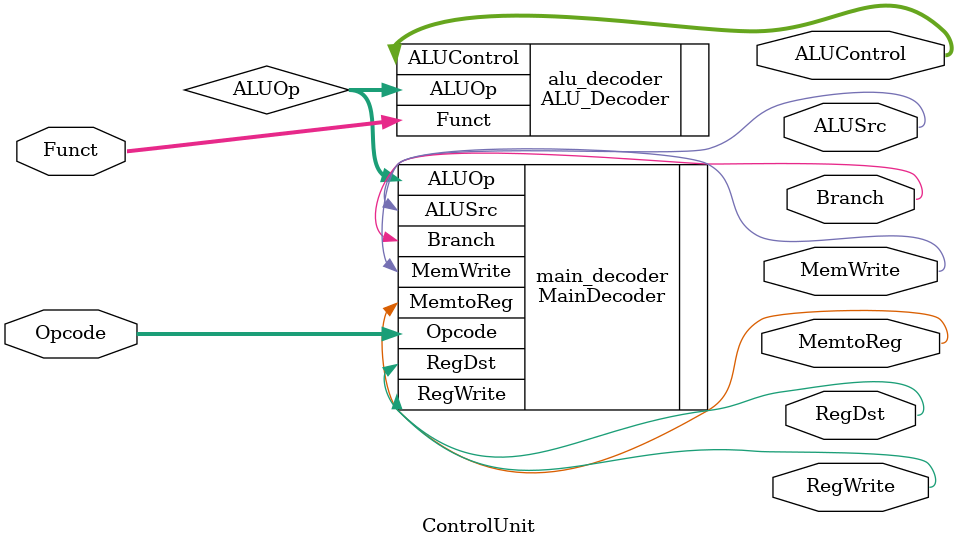
<source format=v>
`timescale 1ns / 1ps

module ControlUnit(
    input  [5:0] Opcode, Funct,
    output MemtoReg, MemWrite, Branch, ALUSrc, RegDst, RegWrite,
    output [2:0] ALUControl
);
    wire [1:0] ALUOp;  

    // Instantiate Main Decoder
    MainDecoder main_decoder (
        .Opcode(Opcode),
        .MemtoReg(MemtoReg),
        .MemWrite(MemWrite),
        .Branch(Branch),
        .ALUSrc(ALUSrc),
        .RegDst(RegDst),
        .RegWrite(RegWrite),
        .ALUOp(ALUOp)
    );

    // Instantiate ALU Decoder
    ALU_Decoder alu_decoder (
        .Funct(Funct),
        .ALUOp(ALUOp),
        .ALUControl(ALUControl)
    );

endmodule

</source>
